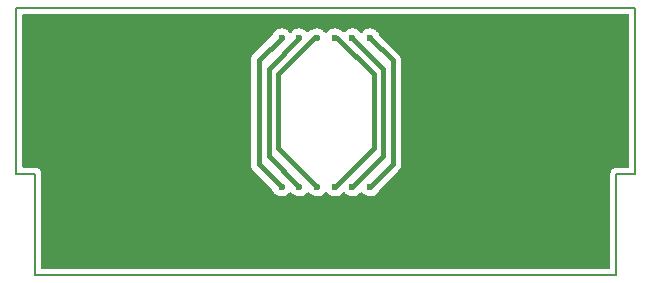
<source format=gbr>
G04 #@! TF.GenerationSoftware,KiCad,Pcbnew,(6.0.1-0)*
G04 #@! TF.CreationDate,2022-02-22T22:29:53-05:00*
G04 #@! TF.ProjectId,GBCart-Extender,47424361-7274-42d4-9578-74656e646572,rev?*
G04 #@! TF.SameCoordinates,Original*
G04 #@! TF.FileFunction,Copper,L2,Bot*
G04 #@! TF.FilePolarity,Positive*
%FSLAX46Y46*%
G04 Gerber Fmt 4.6, Leading zero omitted, Abs format (unit mm)*
G04 Created by KiCad (PCBNEW (6.0.1-0)) date 2022-02-22 22:29:53*
%MOMM*%
%LPD*%
G01*
G04 APERTURE LIST*
G04 #@! TA.AperFunction,Profile*
%ADD10C,0.150000*%
G04 #@! TD*
G04 #@! TA.AperFunction,ViaPad*
%ADD11C,0.600000*%
G04 #@! TD*
G04 #@! TA.AperFunction,Conductor*
%ADD12C,0.400000*%
G04 #@! TD*
G04 APERTURE END LIST*
D10*
X124600000Y-91400000D02*
X126200000Y-91400000D01*
X75400000Y-100000000D02*
X124600000Y-100000000D01*
X75400000Y-91400000D02*
X73800000Y-91400000D01*
X73800000Y-77350000D02*
X73800000Y-91400000D01*
X126200000Y-91395000D02*
X126200000Y-77350000D01*
X124600000Y-100000000D02*
X124600000Y-91400000D01*
X75400000Y-100000000D02*
X75400000Y-91400000D01*
X73800000Y-77350000D02*
X126200000Y-77350000D01*
D11*
X123400000Y-92500000D03*
X96250000Y-79900000D03*
X96250000Y-92500000D03*
X97750000Y-92500000D03*
X97750000Y-79900000D03*
X99250000Y-92500000D03*
X99250000Y-79900000D03*
X100750000Y-92500000D03*
X100750000Y-79900000D03*
X102250000Y-79900000D03*
X102250000Y-92500000D03*
X103750000Y-92500000D03*
X103750000Y-79900000D03*
D12*
X96250000Y-92500000D02*
X94351439Y-90601439D01*
X94351439Y-81798561D02*
X96250000Y-79900000D01*
X94351439Y-90601439D02*
X94351439Y-81798561D01*
X97750000Y-92500000D02*
X95150959Y-89900959D01*
X95150959Y-89900959D02*
X95150959Y-82499041D01*
X95150959Y-82499041D02*
X97750000Y-79900000D01*
X99023111Y-79900000D02*
X99250000Y-79900000D01*
X95950479Y-89200479D02*
X95950479Y-82972632D01*
X99250000Y-92500000D02*
X95950479Y-89200479D01*
X95950479Y-82972632D02*
X99023111Y-79900000D01*
X104049521Y-82972632D02*
X100976889Y-79900000D01*
X104049521Y-89200479D02*
X104049521Y-82972632D01*
X100976889Y-79900000D02*
X100750000Y-79900000D01*
X100750000Y-92500000D02*
X104049521Y-89200479D01*
X102250000Y-92500000D02*
X104849041Y-89900959D01*
X104849041Y-89900959D02*
X104849041Y-82499041D01*
X104849041Y-82499041D02*
X102250000Y-79900000D01*
X105648561Y-81798561D02*
X105648561Y-90601439D01*
X105648561Y-90601439D02*
X103750000Y-92500000D01*
X103750000Y-79900000D02*
X105648561Y-81798561D01*
G04 #@! TA.AperFunction,Conductor*
G36*
X125634121Y-77878002D02*
G01*
X125680614Y-77931658D01*
X125692000Y-77984000D01*
X125692000Y-90766000D01*
X125671998Y-90834121D01*
X125618342Y-90880614D01*
X125566000Y-90892000D01*
X124608702Y-90892000D01*
X124607932Y-90891998D01*
X124607078Y-90891993D01*
X124530348Y-90891524D01*
X124521719Y-90893990D01*
X124521714Y-90893991D01*
X124501952Y-90899639D01*
X124485191Y-90903217D01*
X124464848Y-90906130D01*
X124464838Y-90906133D01*
X124455955Y-90907405D01*
X124432605Y-90918021D01*
X124415093Y-90924464D01*
X124407057Y-90926761D01*
X124390435Y-90931512D01*
X124365452Y-90947274D01*
X124350386Y-90955404D01*
X124323490Y-90967633D01*
X124304061Y-90984374D01*
X124289053Y-90995479D01*
X124267369Y-91009160D01*
X124254234Y-91024033D01*
X124247819Y-91031296D01*
X124235627Y-91043340D01*
X124213253Y-91062619D01*
X124208374Y-91070147D01*
X124208371Y-91070150D01*
X124199304Y-91084139D01*
X124188014Y-91099013D01*
X124171044Y-91118228D01*
X124158490Y-91144966D01*
X124150176Y-91159935D01*
X124134107Y-91184727D01*
X124131535Y-91193327D01*
X124126761Y-91209290D01*
X124120099Y-91226736D01*
X124109201Y-91249948D01*
X124104658Y-91279128D01*
X124100874Y-91295849D01*
X124094986Y-91315536D01*
X124094985Y-91315539D01*
X124092413Y-91324141D01*
X124092358Y-91333116D01*
X124092358Y-91333117D01*
X124092203Y-91358546D01*
X124092170Y-91359328D01*
X124092000Y-91360423D01*
X124092000Y-91391298D01*
X124091998Y-91392068D01*
X124091524Y-91469652D01*
X124091908Y-91470996D01*
X124092000Y-91472341D01*
X124092000Y-99366000D01*
X124071998Y-99434121D01*
X124018342Y-99480614D01*
X123966000Y-99492000D01*
X76034000Y-99492000D01*
X75965879Y-99471998D01*
X75919386Y-99418342D01*
X75908000Y-99366000D01*
X75908000Y-91408702D01*
X75908002Y-91407932D01*
X75908421Y-91339322D01*
X75908476Y-91330348D01*
X75906010Y-91321719D01*
X75906009Y-91321714D01*
X75900361Y-91301952D01*
X75896783Y-91285191D01*
X75893870Y-91264848D01*
X75893867Y-91264838D01*
X75892595Y-91255955D01*
X75881979Y-91232605D01*
X75875536Y-91215093D01*
X75870954Y-91199063D01*
X75868488Y-91190435D01*
X75852726Y-91165452D01*
X75844596Y-91150386D01*
X75832367Y-91123490D01*
X75815626Y-91104061D01*
X75804521Y-91089053D01*
X75795630Y-91074961D01*
X75790840Y-91067369D01*
X75768703Y-91047818D01*
X75756659Y-91035626D01*
X75743239Y-91020051D01*
X75743237Y-91020050D01*
X75737381Y-91013253D01*
X75729853Y-91008374D01*
X75729850Y-91008371D01*
X75715861Y-90999304D01*
X75700987Y-90988014D01*
X75688502Y-90976988D01*
X75681772Y-90971044D01*
X75673646Y-90967229D01*
X75673645Y-90967228D01*
X75667979Y-90964568D01*
X75655034Y-90958490D01*
X75640065Y-90950176D01*
X75615273Y-90934107D01*
X75590709Y-90926761D01*
X75573264Y-90920099D01*
X75568827Y-90918016D01*
X75550052Y-90909201D01*
X75520870Y-90904657D01*
X75504151Y-90900874D01*
X75484464Y-90894986D01*
X75484461Y-90894985D01*
X75475859Y-90892413D01*
X75466884Y-90892358D01*
X75466883Y-90892358D01*
X75460190Y-90892317D01*
X75441444Y-90892203D01*
X75440672Y-90892170D01*
X75439577Y-90892000D01*
X75408702Y-90892000D01*
X75407932Y-90891998D01*
X75334284Y-90891548D01*
X75334283Y-90891548D01*
X75330348Y-90891524D01*
X75329004Y-90891908D01*
X75327659Y-90892000D01*
X74434000Y-90892000D01*
X74365879Y-90871998D01*
X74319386Y-90818342D01*
X74308000Y-90766000D01*
X74308000Y-90638791D01*
X93638714Y-90638791D01*
X93640019Y-90646268D01*
X93640019Y-90646269D01*
X93649700Y-90701738D01*
X93650662Y-90708260D01*
X93658337Y-90771681D01*
X93661020Y-90778782D01*
X93661661Y-90781391D01*
X93666124Y-90797701D01*
X93666889Y-90800237D01*
X93668196Y-90807723D01*
X93672858Y-90818342D01*
X93693881Y-90866234D01*
X93696372Y-90872338D01*
X93698954Y-90879170D01*
X93716069Y-90924464D01*
X93718952Y-90932095D01*
X93723256Y-90938358D01*
X93724493Y-90940724D01*
X93732738Y-90955536D01*
X93734071Y-90957790D01*
X93737124Y-90964744D01*
X93771207Y-91009160D01*
X93776018Y-91015430D01*
X93779898Y-91020771D01*
X93811778Y-91067159D01*
X93811783Y-91067164D01*
X93816082Y-91073420D01*
X93821752Y-91078471D01*
X93821753Y-91078473D01*
X93862609Y-91114874D01*
X93867885Y-91119855D01*
X95451532Y-92703502D01*
X95481994Y-92752824D01*
X95511418Y-92841273D01*
X95515065Y-92847295D01*
X95515066Y-92847297D01*
X95588521Y-92968586D01*
X95605380Y-92996424D01*
X95731382Y-93126902D01*
X95883159Y-93226222D01*
X95889763Y-93228678D01*
X95889765Y-93228679D01*
X96046558Y-93286990D01*
X96046560Y-93286990D01*
X96053168Y-93289448D01*
X96136995Y-93300633D01*
X96225980Y-93312507D01*
X96225984Y-93312507D01*
X96232961Y-93313438D01*
X96239972Y-93312800D01*
X96239976Y-93312800D01*
X96382459Y-93299832D01*
X96413600Y-93296998D01*
X96420302Y-93294820D01*
X96420304Y-93294820D01*
X96579409Y-93243124D01*
X96579412Y-93243123D01*
X96586108Y-93240947D01*
X96741912Y-93148069D01*
X96873266Y-93022982D01*
X96893310Y-92992813D01*
X96947667Y-92947144D01*
X97018086Y-92938112D01*
X97082210Y-92968586D01*
X97098088Y-92985667D01*
X97101728Y-92990393D01*
X97105380Y-92996424D01*
X97231382Y-93126902D01*
X97383159Y-93226222D01*
X97389763Y-93228678D01*
X97389765Y-93228679D01*
X97546558Y-93286990D01*
X97546560Y-93286990D01*
X97553168Y-93289448D01*
X97636995Y-93300633D01*
X97725980Y-93312507D01*
X97725984Y-93312507D01*
X97732961Y-93313438D01*
X97739972Y-93312800D01*
X97739976Y-93312800D01*
X97882459Y-93299832D01*
X97913600Y-93296998D01*
X97920302Y-93294820D01*
X97920304Y-93294820D01*
X98079409Y-93243124D01*
X98079412Y-93243123D01*
X98086108Y-93240947D01*
X98241912Y-93148069D01*
X98373266Y-93022982D01*
X98393310Y-92992813D01*
X98447667Y-92947144D01*
X98518086Y-92938112D01*
X98582210Y-92968586D01*
X98598088Y-92985667D01*
X98601728Y-92990393D01*
X98605380Y-92996424D01*
X98731382Y-93126902D01*
X98883159Y-93226222D01*
X98889763Y-93228678D01*
X98889765Y-93228679D01*
X99046558Y-93286990D01*
X99046560Y-93286990D01*
X99053168Y-93289448D01*
X99136995Y-93300633D01*
X99225980Y-93312507D01*
X99225984Y-93312507D01*
X99232961Y-93313438D01*
X99239972Y-93312800D01*
X99239976Y-93312800D01*
X99382459Y-93299832D01*
X99413600Y-93296998D01*
X99420302Y-93294820D01*
X99420304Y-93294820D01*
X99579409Y-93243124D01*
X99579412Y-93243123D01*
X99586108Y-93240947D01*
X99741912Y-93148069D01*
X99873266Y-93022982D01*
X99893310Y-92992813D01*
X99947667Y-92947144D01*
X100018086Y-92938112D01*
X100082210Y-92968586D01*
X100098088Y-92985667D01*
X100101728Y-92990393D01*
X100105380Y-92996424D01*
X100231382Y-93126902D01*
X100383159Y-93226222D01*
X100389763Y-93228678D01*
X100389765Y-93228679D01*
X100546558Y-93286990D01*
X100546560Y-93286990D01*
X100553168Y-93289448D01*
X100636995Y-93300633D01*
X100725980Y-93312507D01*
X100725984Y-93312507D01*
X100732961Y-93313438D01*
X100739972Y-93312800D01*
X100739976Y-93312800D01*
X100882459Y-93299832D01*
X100913600Y-93296998D01*
X100920302Y-93294820D01*
X100920304Y-93294820D01*
X101079409Y-93243124D01*
X101079412Y-93243123D01*
X101086108Y-93240947D01*
X101241912Y-93148069D01*
X101373266Y-93022982D01*
X101393310Y-92992813D01*
X101447667Y-92947144D01*
X101518086Y-92938112D01*
X101582210Y-92968586D01*
X101598088Y-92985667D01*
X101601728Y-92990393D01*
X101605380Y-92996424D01*
X101731382Y-93126902D01*
X101883159Y-93226222D01*
X101889763Y-93228678D01*
X101889765Y-93228679D01*
X102046558Y-93286990D01*
X102046560Y-93286990D01*
X102053168Y-93289448D01*
X102136995Y-93300633D01*
X102225980Y-93312507D01*
X102225984Y-93312507D01*
X102232961Y-93313438D01*
X102239972Y-93312800D01*
X102239976Y-93312800D01*
X102382459Y-93299832D01*
X102413600Y-93296998D01*
X102420302Y-93294820D01*
X102420304Y-93294820D01*
X102579409Y-93243124D01*
X102579412Y-93243123D01*
X102586108Y-93240947D01*
X102741912Y-93148069D01*
X102873266Y-93022982D01*
X102893310Y-92992813D01*
X102947667Y-92947144D01*
X103018086Y-92938112D01*
X103082210Y-92968586D01*
X103098088Y-92985667D01*
X103101728Y-92990393D01*
X103105380Y-92996424D01*
X103231382Y-93126902D01*
X103383159Y-93226222D01*
X103389763Y-93228678D01*
X103389765Y-93228679D01*
X103546558Y-93286990D01*
X103546560Y-93286990D01*
X103553168Y-93289448D01*
X103636995Y-93300633D01*
X103725980Y-93312507D01*
X103725984Y-93312507D01*
X103732961Y-93313438D01*
X103739972Y-93312800D01*
X103739976Y-93312800D01*
X103882459Y-93299832D01*
X103913600Y-93296998D01*
X103920302Y-93294820D01*
X103920304Y-93294820D01*
X104079409Y-93243124D01*
X104079412Y-93243123D01*
X104086108Y-93240947D01*
X104241912Y-93148069D01*
X104373266Y-93022982D01*
X104473643Y-92871902D01*
X104507199Y-92783566D01*
X104521372Y-92746256D01*
X104550065Y-92701905D01*
X106129081Y-91122889D01*
X106135346Y-91117035D01*
X106173221Y-91083994D01*
X106178946Y-91079000D01*
X106215675Y-91026739D01*
X106219607Y-91021444D01*
X106254352Y-90977133D01*
X106259038Y-90971157D01*
X106262163Y-90964235D01*
X106263525Y-90961987D01*
X106271929Y-90947254D01*
X106273183Y-90944915D01*
X106277551Y-90938700D01*
X106280310Y-90931624D01*
X106280312Y-90931620D01*
X106300761Y-90879170D01*
X106303310Y-90873105D01*
X106329606Y-90814866D01*
X106330990Y-90807401D01*
X106331787Y-90804857D01*
X106336420Y-90788591D01*
X106337082Y-90786011D01*
X106339843Y-90778930D01*
X106348183Y-90715582D01*
X106349214Y-90709068D01*
X106349973Y-90704976D01*
X106360857Y-90646252D01*
X106357270Y-90584041D01*
X106357061Y-90576788D01*
X106357061Y-81827488D01*
X106357353Y-81818919D01*
X106360771Y-81768786D01*
X106360771Y-81768782D01*
X106361287Y-81761209D01*
X106350297Y-81698242D01*
X106349336Y-81691726D01*
X106342575Y-81635859D01*
X106341663Y-81628319D01*
X106338980Y-81621218D01*
X106338339Y-81618609D01*
X106333870Y-81602276D01*
X106333109Y-81599756D01*
X106331804Y-81592278D01*
X106325628Y-81578209D01*
X106306120Y-81533765D01*
X106303629Y-81527660D01*
X106283736Y-81475017D01*
X106283734Y-81475013D01*
X106281048Y-81467905D01*
X106276745Y-81461644D01*
X106275508Y-81459278D01*
X106267281Y-81444498D01*
X106265930Y-81442213D01*
X106262876Y-81435256D01*
X106258256Y-81429236D01*
X106258253Y-81429230D01*
X106223982Y-81384570D01*
X106220102Y-81379229D01*
X106188222Y-81332841D01*
X106188217Y-81332836D01*
X106183918Y-81326580D01*
X106177656Y-81321000D01*
X106137391Y-81285126D01*
X106132115Y-81280145D01*
X104548673Y-79696703D01*
X104518777Y-79649046D01*
X104483745Y-79548448D01*
X104387626Y-79394624D01*
X104362791Y-79369615D01*
X104264778Y-79270915D01*
X104264774Y-79270912D01*
X104259815Y-79265918D01*
X104248697Y-79258862D01*
X104170391Y-79209168D01*
X104106666Y-79168727D01*
X104077463Y-79158328D01*
X103942425Y-79110243D01*
X103942420Y-79110242D01*
X103935790Y-79107881D01*
X103928802Y-79107048D01*
X103928799Y-79107047D01*
X103805698Y-79092368D01*
X103755680Y-79086404D01*
X103748677Y-79087140D01*
X103748676Y-79087140D01*
X103582288Y-79104628D01*
X103582286Y-79104629D01*
X103575288Y-79105364D01*
X103403579Y-79163818D01*
X103397575Y-79167512D01*
X103255095Y-79255166D01*
X103255092Y-79255168D01*
X103249088Y-79258862D01*
X103244054Y-79263792D01*
X103244050Y-79263795D01*
X103124525Y-79380843D01*
X103119493Y-79385771D01*
X103106514Y-79405911D01*
X103052804Y-79452334D01*
X102982517Y-79462350D01*
X102917973Y-79432777D01*
X102893753Y-79404429D01*
X102887626Y-79394624D01*
X102862791Y-79369615D01*
X102764778Y-79270915D01*
X102764774Y-79270912D01*
X102759815Y-79265918D01*
X102748697Y-79258862D01*
X102670391Y-79209168D01*
X102606666Y-79168727D01*
X102577463Y-79158328D01*
X102442425Y-79110243D01*
X102442420Y-79110242D01*
X102435790Y-79107881D01*
X102428802Y-79107048D01*
X102428799Y-79107047D01*
X102305698Y-79092368D01*
X102255680Y-79086404D01*
X102248677Y-79087140D01*
X102248676Y-79087140D01*
X102082288Y-79104628D01*
X102082286Y-79104629D01*
X102075288Y-79105364D01*
X101903579Y-79163818D01*
X101897575Y-79167512D01*
X101755095Y-79255166D01*
X101755092Y-79255168D01*
X101749088Y-79258862D01*
X101632912Y-79372630D01*
X101570248Y-79405999D01*
X101499490Y-79400193D01*
X101460445Y-79376241D01*
X101459444Y-79375340D01*
X101454450Y-79369615D01*
X101402169Y-79332871D01*
X101396875Y-79328939D01*
X101352582Y-79294209D01*
X101346607Y-79289524D01*
X101339691Y-79286401D01*
X101337405Y-79285017D01*
X101322724Y-79276643D01*
X101320364Y-79275378D01*
X101314150Y-79271010D01*
X101307071Y-79268250D01*
X101307069Y-79268249D01*
X101254614Y-79247798D01*
X101248545Y-79245247D01*
X101190316Y-79218955D01*
X101190517Y-79218511D01*
X101170391Y-79209168D01*
X101165999Y-79206381D01*
X101106666Y-79168727D01*
X101077463Y-79158328D01*
X100942425Y-79110243D01*
X100942420Y-79110242D01*
X100935790Y-79107881D01*
X100928802Y-79107048D01*
X100928799Y-79107047D01*
X100805698Y-79092368D01*
X100755680Y-79086404D01*
X100748677Y-79087140D01*
X100748676Y-79087140D01*
X100582288Y-79104628D01*
X100582286Y-79104629D01*
X100575288Y-79105364D01*
X100403579Y-79163818D01*
X100397575Y-79167512D01*
X100255095Y-79255166D01*
X100255092Y-79255168D01*
X100249088Y-79258862D01*
X100244054Y-79263792D01*
X100244050Y-79263795D01*
X100124525Y-79380843D01*
X100119493Y-79385771D01*
X100106514Y-79405911D01*
X100052804Y-79452334D01*
X99982517Y-79462350D01*
X99917973Y-79432777D01*
X99893753Y-79404429D01*
X99887626Y-79394624D01*
X99862791Y-79369615D01*
X99764778Y-79270915D01*
X99764774Y-79270912D01*
X99759815Y-79265918D01*
X99748697Y-79258862D01*
X99670391Y-79209168D01*
X99606666Y-79168727D01*
X99577463Y-79158328D01*
X99442425Y-79110243D01*
X99442420Y-79110242D01*
X99435790Y-79107881D01*
X99428802Y-79107048D01*
X99428799Y-79107047D01*
X99305698Y-79092368D01*
X99255680Y-79086404D01*
X99248677Y-79087140D01*
X99248676Y-79087140D01*
X99082288Y-79104628D01*
X99082286Y-79104629D01*
X99075288Y-79105364D01*
X98985094Y-79136068D01*
X98910249Y-79161547D01*
X98910246Y-79161548D01*
X98903579Y-79163818D01*
X98897581Y-79167508D01*
X98897579Y-79167509D01*
X98826682Y-79211125D01*
X98811304Y-79219181D01*
X98758315Y-79242441D01*
X98752210Y-79244932D01*
X98699567Y-79264825D01*
X98699563Y-79264827D01*
X98692455Y-79267513D01*
X98686194Y-79271816D01*
X98683828Y-79273053D01*
X98669048Y-79281280D01*
X98666763Y-79282631D01*
X98659806Y-79285685D01*
X98653786Y-79290305D01*
X98653780Y-79290308D01*
X98622653Y-79314194D01*
X98609109Y-79324587D01*
X98603779Y-79328459D01*
X98557391Y-79360339D01*
X98557386Y-79360344D01*
X98551130Y-79364643D01*
X98546078Y-79370313D01*
X98540380Y-79375337D01*
X98538760Y-79373499D01*
X98488593Y-79404777D01*
X98417603Y-79403804D01*
X98365348Y-79372190D01*
X98264778Y-79270915D01*
X98264774Y-79270912D01*
X98259815Y-79265918D01*
X98248697Y-79258862D01*
X98170391Y-79209168D01*
X98106666Y-79168727D01*
X98077463Y-79158328D01*
X97942425Y-79110243D01*
X97942420Y-79110242D01*
X97935790Y-79107881D01*
X97928802Y-79107048D01*
X97928799Y-79107047D01*
X97805698Y-79092368D01*
X97755680Y-79086404D01*
X97748677Y-79087140D01*
X97748676Y-79087140D01*
X97582288Y-79104628D01*
X97582286Y-79104629D01*
X97575288Y-79105364D01*
X97403579Y-79163818D01*
X97397575Y-79167512D01*
X97255095Y-79255166D01*
X97255092Y-79255168D01*
X97249088Y-79258862D01*
X97244054Y-79263792D01*
X97244050Y-79263795D01*
X97124525Y-79380843D01*
X97119493Y-79385771D01*
X97106514Y-79405911D01*
X97052804Y-79452334D01*
X96982517Y-79462350D01*
X96917973Y-79432777D01*
X96893753Y-79404429D01*
X96887626Y-79394624D01*
X96862791Y-79369615D01*
X96764778Y-79270915D01*
X96764774Y-79270912D01*
X96759815Y-79265918D01*
X96748697Y-79258862D01*
X96670391Y-79209168D01*
X96606666Y-79168727D01*
X96577463Y-79158328D01*
X96442425Y-79110243D01*
X96442420Y-79110242D01*
X96435790Y-79107881D01*
X96428802Y-79107048D01*
X96428799Y-79107047D01*
X96305698Y-79092368D01*
X96255680Y-79086404D01*
X96248677Y-79087140D01*
X96248676Y-79087140D01*
X96082288Y-79104628D01*
X96082286Y-79104629D01*
X96075288Y-79105364D01*
X95903579Y-79163818D01*
X95897575Y-79167512D01*
X95755095Y-79255166D01*
X95755092Y-79255168D01*
X95749088Y-79258862D01*
X95744054Y-79263792D01*
X95744050Y-79263795D01*
X95624525Y-79380843D01*
X95619493Y-79385771D01*
X95521235Y-79538238D01*
X95518825Y-79544858D01*
X95518824Y-79544861D01*
X95480110Y-79651226D01*
X95450804Y-79697226D01*
X93870919Y-81277111D01*
X93864654Y-81282965D01*
X93821054Y-81321000D01*
X93816687Y-81327214D01*
X93784311Y-81373280D01*
X93780378Y-81378575D01*
X93740963Y-81428843D01*
X93737840Y-81435759D01*
X93736456Y-81438045D01*
X93728082Y-81452726D01*
X93726817Y-81455086D01*
X93722449Y-81461300D01*
X93719689Y-81468379D01*
X93719688Y-81468381D01*
X93699237Y-81520836D01*
X93696686Y-81526905D01*
X93670394Y-81585134D01*
X93669010Y-81592601D01*
X93668209Y-81595156D01*
X93663580Y-81611409D01*
X93662917Y-81613989D01*
X93660157Y-81621070D01*
X93659166Y-81628601D01*
X93659165Y-81628603D01*
X93651818Y-81684413D01*
X93650787Y-81690920D01*
X93639143Y-81753747D01*
X93639580Y-81761327D01*
X93639580Y-81761328D01*
X93642730Y-81815947D01*
X93642939Y-81823201D01*
X93642939Y-90572527D01*
X93642647Y-90581097D01*
X93638714Y-90638791D01*
X74308000Y-90638791D01*
X74308000Y-77984000D01*
X74328002Y-77915879D01*
X74381658Y-77869386D01*
X74434000Y-77858000D01*
X125566000Y-77858000D01*
X125634121Y-77878002D01*
G37*
G04 #@! TD.AperFunction*
M02*

</source>
